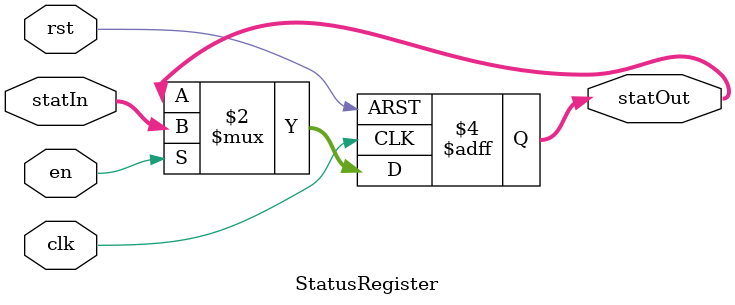
<source format=v>

module StatusRegister(clk, rst, en, statIn, statOut);

    input wire[0:0] clk, rst, en;
    input wire[3:0] statIn;

    output reg[3:0] statOut;


    always@(negedge clk or posedge rst) begin

        if(rst) begin
            statOut <= 4'b0;
        end

        else if(en) begin
            statOut <= statIn;
        end

    end

endmodule
</source>
